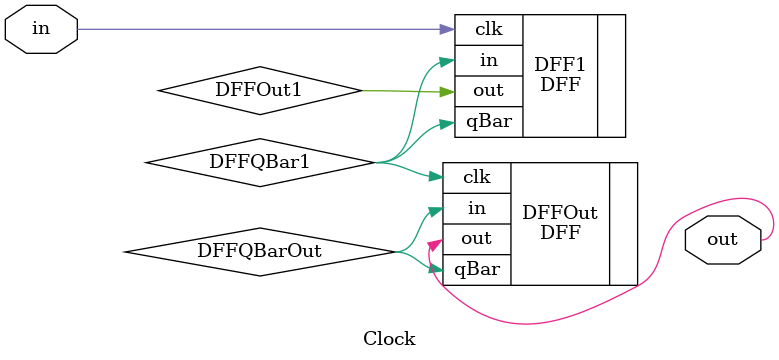
<source format=v>
/**
 * input clk_in: clock input 100 MHz
 * output clk: clock output 33.333333 MHz
 *
 * Implementation with 2 bit DFF-counter:
 * counter | 0 1 2 0 1 2 0 1 2 0 1 2 0 1 2 ....
 * clk     | 0 0 1 0 0 1 0 0 1 0 0 1 0 0 1 ....
 */

`default_nettype none

module Clock(
    input wire in,			//external clock 100Mz
    output wire out			//Hack clock 33.333333 MHz
  );

  wire DFFOut1;
  wire DFFQBar1;
  wire DFFQBarOut;

  // FIXME: Clock is behaving wrong on the first click...
  DFF DFF1(.clk(in), .in(DFFQBar1), .out(DFFOut1), .qBar(DFFQBar1));
  DFF DFFOut(.clk(DFFQBar1), .in(DFFQBarOut), .out(out), .qBar(DFFQBarOut));

endmodule

</source>
